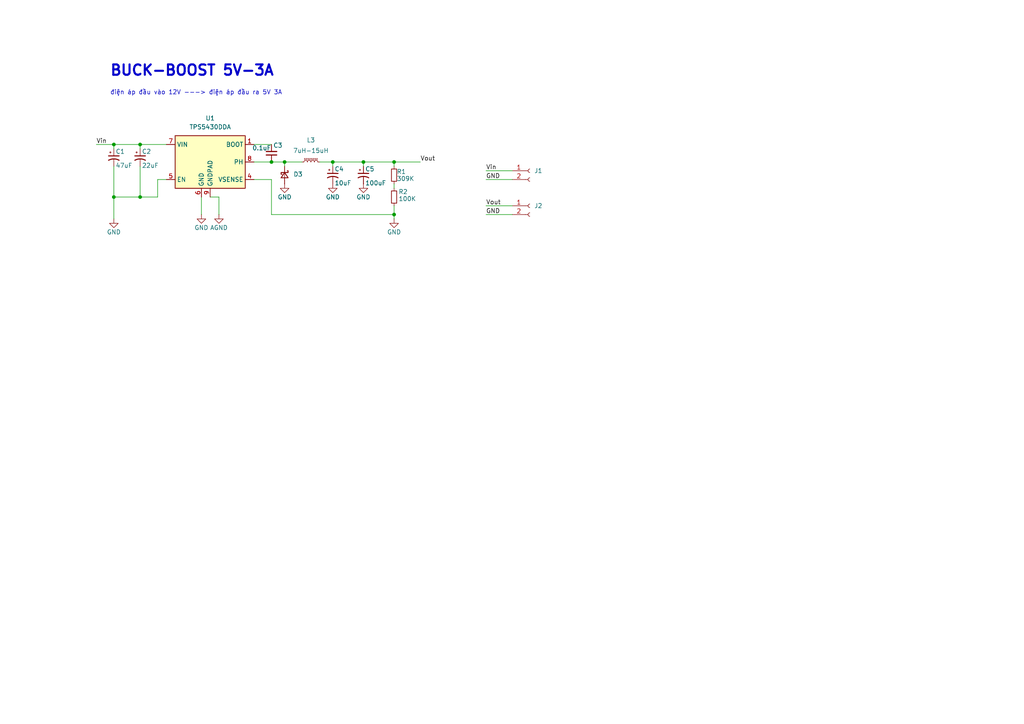
<source format=kicad_sch>
(kicad_sch (version 20231120) (generator "eeschema") (generator_version "8.0")
  (paper "A4")
  (lib_symbols
    (symbol "Connector:Conn_01x02_Socket" (pin_names (offset 1.016) hide)
      (property "Reference" "J" (at 0 2.54 0))
      (property "Value" "Conn_01x02_Socket" (at 0 -5.08 0))
      (symbol "Conn_01x02_Socket_1_1"
        (arc (start 0 -2.032) (mid -0.5058 -2.54) (end 0 -3.048) (stroke (width 0.1524)))
        (polyline (pts (xy -1.27 -2.54) (xy -0.508 -2.54)) (stroke (width 0.1524)))
        (polyline (pts (xy -1.27 0) (xy -0.508 0)) (stroke (width 0.1524)))
        (arc (start 0 0.508) (mid -0.5058 0) (end 0 -0.508) (stroke (width 0.1524)))
        (pin passive line (at -5.08 0 0) (length 3.81) (name "Pin_1") (number "1"))
        (pin passive line (at -5.08 -2.54 0) (length 3.81) (name "Pin_2") (number "2"))
      )
    )
    (symbol "Device:C_Polarized_Small_US" (pin_numbers hide) (pin_names (offset 0.254) hide)
      (property "Reference" "C" (at 0.254 1.778 0))
      (property "Value" "C_Polarized_Small_US" (at 0.254 -2.032 0))
      (symbol "C_Polarized_Small_US_0_1"
        (polyline (pts (xy -1.524 0.508) (xy 1.524 0.508)) (stroke (width 0.3048)))
        (polyline (pts (xy -1.27 1.524) (xy -0.762 1.524)))
        (polyline (pts (xy -1.016 1.27) (xy -1.016 1.778)))
        (arc (start 1.524 -0.762) (mid 0 -0.3734) (end -1.524 -0.762) (stroke (width 0.3048)))
      )
      (symbol "C_Polarized_Small_US_1_1"
        (pin passive line (at 0 2.54 270) (length 2.032) (name "~") (number "1"))
        (pin passive line (at 0 -2.54 90) (length 2.032) (name "~") (number "2"))
      )
    )
    (symbol "Device:C_Small" (pin_numbers hide) (pin_names (offset 0.254) hide)
      (property "Reference" "C" (at 0.254 1.778 0))
      (property "Value" "C_Small" (at 0.254 -2.032 0))
      (symbol "C_Small_0_1"
        (polyline (pts (xy -1.524 -0.508) (xy 1.524 -0.508)) (stroke (width 0.3302)))
        (polyline (pts (xy -1.524 0.508) (xy 1.524 0.508)) (stroke (width 0.3048)))
      )
      (symbol "C_Small_1_1"
        (pin passive line (at 0 2.54 270) (length 2.032) (name "~") (number "1"))
        (pin passive line (at 0 -2.54 90) (length 2.032) (name "~") (number "2"))
      )
    )
    (symbol "Device:D_Schottky_Small" (pin_numbers hide) (pin_names (offset 0.254) hide)
      (property "Reference" "D" (at -1.27 2.032 0))
      (property "Value" "D_Schottky_Small" (at -7.112 -2.032 0))
      (symbol "D_Schottky_Small_0_1"
        (polyline (pts (xy -0.762 0) (xy 0.762 0)))
        (polyline (pts (xy 0.762 -1.016) (xy -0.762 0) (xy 0.762 1.016) (xy 0.762 -1.016)) (stroke (width 0.254)))
        (polyline (pts (xy -1.27 0.762) (xy -1.27 1.016) (xy -0.762 1.016) (xy -0.762 -1.016) (xy -0.254 -1.016) (xy -0.254 -0.762)) (stroke (width 0.254)))
      )
      (symbol "D_Schottky_Small_1_1"
        (pin passive line (at -2.54 0 0) (length 1.778) (name "K") (number "1"))
        (pin passive line (at 2.54 0 180) (length 1.778) (name "A") (number "2"))
      )
    )
    (symbol "Device:L_Ferrite_Small" (pin_numbers hide) (pin_names (offset 0.254) hide)
      (property "Reference" "L" (at 1.27 1.016 0))
      (property "Value" "L_Ferrite_Small" (at 1.27 -1.27 0))
      (symbol "L_Ferrite_Small_0_1"
        (arc (start 0 -2.032) (mid 0.5058 -1.524) (end 0 -1.016))
        (arc (start 0 -1.016) (mid 0.5058 -0.508) (end 0 0))
        (polyline (pts (xy 0.762 -1.905) (xy 0.762 -1.651)))
        (polyline (pts (xy 0.762 -1.397) (xy 0.762 -1.143)))
        (polyline (pts (xy 0.762 -0.889) (xy 0.762 -0.635)))
        (polyline (pts (xy 0.762 -0.381) (xy 0.762 -0.127)))
        (polyline (pts (xy 0.762 0.127) (xy 0.762 0.381)))
        (polyline (pts (xy 0.762 0.635) (xy 0.762 0.889)))
        (polyline (pts (xy 0.762 1.143) (xy 0.762 1.397)))
        (polyline (pts (xy 0.762 1.651) (xy 0.762 1.905)))
        (polyline (pts (xy 1.016 -1.651) (xy 1.016 -1.905)))
        (polyline (pts (xy 1.016 -1.143) (xy 1.016 -1.397)))
        (polyline (pts (xy 1.016 -0.635) (xy 1.016 -0.889)))
        (polyline (pts (xy 1.016 -0.127) (xy 1.016 -0.381)))
        (polyline (pts (xy 1.016 0.381) (xy 1.016 0.127)))
        (polyline (pts (xy 1.016 0.889) (xy 1.016 0.635)))
        (polyline (pts (xy 1.016 1.397) (xy 1.016 1.143)))
        (polyline (pts (xy 1.016 1.905) (xy 1.016 1.651)))
        (arc (start 0 0) (mid 0.5058 0.508) (end 0 1.016))
        (arc (start 0 1.016) (mid 0.5058 1.524) (end 0 2.032))
      )
      (symbol "L_Ferrite_Small_1_1"
        (pin passive line (at 0 2.54 270) (length 0.508) (name "~") (number "1"))
        (pin passive line (at 0 -2.54 90) (length 0.508) (name "~") (number "2"))
      )
    )
    (symbol "Device:R_Small" (pin_numbers hide) (pin_names (offset 0.254) hide)
      (property "Reference" "R" (at 0.762 0.508 0))
      (property "Value" "R_Small" (at 0.762 -1.016 0))
      (symbol "R_Small_0_1"
        (rectangle (start -0.762 1.778) (end 0.762 -1.778) (stroke (width 0.2032)))
      )
      (symbol "R_Small_1_1"
        (pin passive line (at 0 2.54 270) (length 0.762) (name "~") (number "1"))
        (pin passive line (at 0 -2.54 90) (length 0.762) (name "~") (number "2"))
      )
    )
    (symbol "Regulator_Switching:TPS5430DDA"
      (property "Reference" "U" (at -10.16 8.89 0))
      (property "Value" "TPS5430DDA" (at -1.27 8.89 0))
      (symbol "TPS5430DDA_0_1"
        (rectangle (start -10.16 7.62) (end 10.16 -7.62) (stroke (width 0.254)) (fill (type background)))
      )
      (symbol "TPS5430DDA_1_1"
        (pin input line (at 12.7 5.08 180) (length 2.54) (name "BOOT") (number "1"))
        (pin no_connect line (at -10.16 2.54 0) (length 2.54) hide (name "NC") (number "2"))
        (pin no_connect line (at -10.16 -2.54 0) (length 2.54) hide (name "NC") (number "3"))
        (pin input line (at 12.7 -5.08 180) (length 2.54) (name "VSENSE") (number "4"))
        (pin input line (at -12.7 -5.08 0) (length 2.54) (name "EN") (number "5"))
        (pin power_in line (at -2.54 -10.16 90) (length 2.54) (name "GND") (number "6"))
        (pin power_in line (at -12.7 5.08 0) (length 2.54) (name "VIN") (number "7"))
        (pin output line (at 12.7 0 180) (length 2.54) (name "PH") (number "8"))
        (pin power_in line (at 0 -10.16 90) (length 2.54) (name "GNDPAD") (number "9"))
      )
    )
    (symbol "power:GND" (power) (pin_numbers hide) (pin_names (offset 0) hide)
      (property "Value" "GND" (at 0 -3.81 0))
      (symbol "GND_0_1"
        (polyline (pts (xy 0 0) (xy 0 -1.27) (xy 1.27 -1.27) (xy 0 -2.54) (xy -1.27 -1.27) (xy 0 -1.27)))
      )
      (symbol "GND_1_1"
        (pin power_in line (at 0 0 270) (length 0) (name "~") (number "1"))
      )
    )
  )
  (junction (at 78.74 46.99))
  (junction (at 40.64 41.91))
  (junction (at 33.02 57.15))
  (junction (at 114.3 62.23))
  (junction (at 105.41 46.99))
  (junction (at 96.52 46.99))
  (junction (at 114.3 46.99))
  (junction (at 33.02 41.91))
  (junction (at 82.55 46.99))
  (junction (at 40.64 57.15))
  (wire (pts (xy 82.55 48.26) (xy 82.55 46.99)))
  (wire (pts (xy 96.52 48.26) (xy 96.52 46.99)))
  (wire (pts (xy 140.97 62.23) (xy 148.59 62.23)))
  (wire (pts (xy 140.97 49.53) (xy 148.59 49.53)))
  (wire (pts (xy 45.72 52.07) (xy 45.72 57.15)))
  (wire (pts (xy 33.02 41.91) (xy 40.64 41.91)))
  (wire (pts (xy 73.66 41.91) (xy 78.74 41.91)))
  (wire (pts (xy 140.97 52.07) (xy 148.59 52.07)))
  (wire (pts (xy 73.66 52.07) (xy 78.74 52.07)))
  (wire (pts (xy 63.5 57.15) (xy 60.96 57.15)))
  (wire (pts (xy 40.64 41.91) (xy 48.26 41.91)))
  (wire (pts (xy 58.42 57.15) (xy 58.42 62.23)))
  (wire (pts (xy 114.3 46.99) (xy 121.92 46.99)))
  (wire (pts (xy 114.3 62.23) (xy 114.3 63.5)))
  (wire (pts (xy 78.74 52.07) (xy 78.74 62.23)))
  (wire (pts (xy 140.97 59.69) (xy 148.59 59.69)))
  (wire (pts (xy 92.71 46.99) (xy 96.52 46.99)))
  (wire (pts (xy 40.64 57.15) (xy 33.02 57.15)))
  (wire (pts (xy 114.3 59.69) (xy 114.3 62.23)))
  (wire (pts (xy 33.02 43.18) (xy 33.02 41.91)))
  (wire (pts (xy 73.66 46.99) (xy 78.74 46.99)))
  (wire (pts (xy 105.41 46.99) (xy 114.3 46.99)))
  (wire (pts (xy 40.64 48.26) (xy 40.64 57.15)))
  (wire (pts (xy 40.64 43.18) (xy 40.64 41.91)))
  (wire (pts (xy 105.41 48.26) (xy 105.41 46.99)))
  (wire (pts (xy 45.72 57.15) (xy 40.64 57.15)))
  (wire (pts (xy 96.52 46.99) (xy 105.41 46.99)))
  (wire (pts (xy 27.94 41.91) (xy 33.02 41.91)))
  (wire (pts (xy 78.74 46.99) (xy 82.55 46.99)))
  (wire (pts (xy 33.02 57.15) (xy 33.02 63.5)))
  (wire (pts (xy 48.26 52.07) (xy 45.72 52.07)))
  (wire (pts (xy 63.5 62.23) (xy 63.5 57.15)))
  (wire (pts (xy 114.3 53.34) (xy 114.3 54.61)))
  (wire (pts (xy 78.74 62.23) (xy 114.3 62.23)))
  (wire (pts (xy 33.02 48.26) (xy 33.02 57.15)))
  (wire (pts (xy 114.3 48.26) (xy 114.3 46.99)))
  (wire (pts (xy 82.55 46.99) (xy 87.63 46.99)))
  (text "điện áp đầu vào 12V ---> điện áp đầu ra 5V 3A" (at 56.896 26.924 0) (effects (font (size 1.27 1.27))))
  (text "BUCK-BOOST 5V-3A\n" (at 31.75 20.574 0) (effects (font (size 3 3) (bold yes)) (justify left)))
  (label "GND" (at 140.97 62.23 0))
  (label "GND" (at 140.97 52.07 0))
  (label "Vout" (at 140.97 59.69 0))
  (label "Vin" (at 140.97 49.53 0))
  (label "Vout" (at 121.92 46.99 0))
  (label "Vin" (at 27.94 41.91 0))
  (symbol (lib_id "Device:C_Polarized_Small_US") (at 33.02 45.72 0) (unit 1)
    (property "Reference" "C1" (at 33.528 43.942 0) (effects (justify left)))
    (property "Value" "47uF" (at 33.528 48.006 0) (effects (justify left)))
    (property "Footprint" "KICAD_USB_FOOTPRINT_CUS:C_0603" (effects (hide yes)))
    (property "Datasheet" "47uF" (effects (hide yes)))
    (property "Description" "Polarized capacitor, small US symbol" (effects (hide yes)))
  )
  (symbol (lib_id "Device:C_Polarized_Small_US") (at 105.41 50.8 0) (unit 1)
    (property "Reference" "C5" (at 105.918 49.022 0) (effects (justify left)))
    (property "Value" "100uF" (at 105.918 53.086 0) (effects (justify left)))
    (property "Footprint" "KICAD_USB_FOOTPRINT_CUS:C_0603" (effects (hide yes)))
    (property "Datasheet" "100uF" (effects (hide yes)))
    (property "Description" "Polarized capacitor, small US symbol" (effects (hide yes)))
  )
  (symbol (lib_id "Connector:Conn_01x02_Socket") (at 153.67 49.53 0) (unit 1)
    (property "Reference" "J1" (at 154.94 49.5299 0) (effects (justify left)))
    (property "Value" "Conn_01x02_Socket" (effects (hide yes)))
    (property "Footprint" "Connector_PinSocket_2.54mm:PinSocket_1x02_P2.54mm_Vertical" (effects (hide yes)))
    (property "Description" "Generic connector, single row, 01x02, script generated" (effects (hide yes)))
  )
  (symbol (lib_id "power:GND") (at 105.41 53.34 0) (unit 1)
    (property "Reference" "#PWR06" (effects (hide yes)))
    (property "Value" "GND" (at 105.41 57.15 0))
    (property "Description" "Power symbol creates a global label with name \"GND\" , ground" (effects (hide yes)))
  )
  (symbol (lib_id "power:GND") (at 82.55 53.34 0) (unit 1)
    (property "Reference" "#PWR04" (effects (hide yes)))
    (property "Value" "GND" (at 82.55 57.15 0))
    (property "Description" "Power symbol creates a global label with name \"GND\" , ground" (effects (hide yes)))
  )
  (symbol (lib_id "Regulator_Switching:TPS5430DDA") (at 60.96 46.99 0) (unit 1)
    (property "Reference" "U1" (at 60.96 34.29 0))
    (property "Value" "TPS5430DDA" (at 60.96 36.83 0))
    (property "Footprint" "Package_SO:TI_SO-PowerPAD-8_ThermalVias" (effects (hide yes)))
    (property "Datasheet" "http://www.ti.com/lit/ds/symlink/tps5430.pdf" (effects (hide yes)))
    (property "Description" "3A, Step Down Swift Converter, Adjustable Output Voltage, 5.5-36V Input Voltage, PowerSO-8" (effects (hide yes)))
  )
  (symbol (lib_id "power:GND") (at 96.52 53.34 0) (unit 1)
    (property "Reference" "#PWR05" (effects (hide yes)))
    (property "Value" "GND" (at 96.52 57.15 0))
    (property "Description" "Power symbol creates a global label with name \"GND\" , ground" (effects (hide yes)))
  )
  (symbol (lib_id "Device:R_Small") (at 114.3 57.15 0) (unit 1)
    (property "Reference" "R2" (at 115.57 55.626 0) (effects (justify left)))
    (property "Value" "100K" (at 115.57 57.658 0) (effects (justify left)))
    (property "Footprint" "KICAD_USB_FOOTPRINT_CUS:R_0603" (effects (hide yes)))
    (property "Datasheet" "100K" (effects (hide yes)))
    (property "Description" "Resistor, small symbol" (effects (hide yes)))
  )
  (symbol (lib_id "power:GND") (at 33.02 63.5 0) (unit 1)
    (property "Reference" "#PWR02" (effects (hide yes)))
    (property "Value" "GND" (at 33.02 67.31 0))
    (property "Description" "Power symbol creates a global label with name \"GND\" , ground" (effects (hide yes)))
  )
  (symbol (lib_id "power:GND") (at 63.5 62.23 0) (unit 1)
    (property "Reference" "#PWR01" (effects (hide yes)))
    (property "Value" "AGND" (at 63.5 66.04 0))
    (property "Description" "Power symbol creates a global label with name \"GND\" , ground" (effects (hide yes)))
  )
  (symbol (lib_id "Device:L_Ferrite_Small") (at 90.17 46.99 90) (unit 1)
    (property "Reference" "L3" (at 90.17 40.64 90))
    (property "Value" "7uH-15uH" (at 90.17 43.688 90))
    (property "Footprint" "Inductor_SMD:L_Coilcraft_XAL5030-XXX" (effects (hide yes)))
    (property "Datasheet" "7uH-15uH" (effects (hide yes)))
    (property "Description" "Inductor with ferrite core, small symbol" (effects (hide yes)))
  )
  (symbol (lib_id "power:GND") (at 114.3 63.5 0) (unit 1)
    (property "Reference" "#PWR03" (effects (hide yes)))
    (property "Value" "GND" (at 114.3 67.31 0))
    (property "Description" "Power symbol creates a global label with name \"GND\" , ground" (effects (hide yes)))
  )
  (symbol (lib_id "Connector:Conn_01x02_Socket") (at 153.67 59.69 0) (unit 1)
    (property "Reference" "J2" (at 154.94 59.6899 0) (effects (justify left)))
    (property "Value" "Conn_01x02_Socket" (effects (hide yes)))
    (property "Footprint" "Connector_PinSocket_2.54mm:PinSocket_1x02_P2.54mm_Vertical" (effects (hide yes)))
    (property "Description" "Generic connector, single row, 01x02, script generated" (effects (hide yes)))
  )
  (symbol (lib_id "Device:C_Polarized_Small_US") (at 96.52 50.8 0) (unit 1)
    (property "Reference" "C4" (at 97.028 49.022 0) (effects (justify left)))
    (property "Value" "10uF" (at 97.028 53.086 0) (effects (justify left)))
    (property "Footprint" "KICAD_USB_FOOTPRINT_CUS:C_0603" (effects (hide yes)))
    (property "Datasheet" "10uF" (effects (hide yes)))
    (property "Description" "Polarized capacitor, small US symbol" (effects (hide yes)))
  )
  (symbol (lib_id "Device:R_Small") (at 114.3 50.8 0) (unit 1)
    (property "Reference" "R1" (at 115.062 49.784 0) (effects (justify left)))
    (property "Value" "309K" (at 115.062 51.816 0) (effects (justify left)))
    (property "Footprint" "KICAD_USB_FOOTPRINT_CUS:R_0603" (effects (hide yes)))
    (property "Datasheet" "309K" (effects (hide yes)))
    (property "Description" "Resistor, small symbol" (effects (hide yes)))
  )
  (symbol (lib_id "power:GND") (at 58.42 62.23 0) (unit 1)
    (property "Reference" "#PWR013" (effects (hide yes)))
    (property "Value" "GND" (at 58.42 66.04 0))
    (property "Description" "Power symbol creates a global label with name \"GND\" , ground" (effects (hide yes)))
  )
  (symbol (lib_id "Device:C_Small") (at 78.74 44.45 180) (unit 1)
    (property "Reference" "C3" (at 79.248 42.164 0) (effects (justify right)))
    (property "Value" "0.1uF" (at 73.152 42.926 0) (effects (justify right)))
    (property "Footprint" "KICAD_USB_FOOTPRINT_CUS:C_0603" (effects (hide yes)))
    (property "Datasheet" "0.1uF" (effects (hide yes)))
    (property "Description" "Unpolarized capacitor, small symbol" (effects (hide yes)))
    (property "LINK" "https://www.thegioiic.com/tu-gom-0603-1uf-16v" (effects (hide yes)))
  )
  (symbol (lib_id "Device:D_Schottky_Small") (at 82.55 50.8 270) (unit 1)
    (property "Reference" "D3" (at 85.09 50.5459 90) (effects (justify left)))
    (property "Value" "D_Schottky_Small" (effects (hide yes)))
    (property "Footprint" "KICAD_USB_FOOTPRINT_CUS:Package-Diode-D_SMA" (effects (hide yes)))
    (property "Datasheet" "5A 40V" (effects (hide yes)))
    (property "Description" "Schottky diode, small symbol" (effects (hide yes)))
  )
  (symbol (lib_id "Device:C_Polarized_Small_US") (at 40.64 45.72 0) (unit 1)
    (property "Reference" "C2" (at 41.148 43.942 0) (effects (justify left)))
    (property "Value" "22uF" (at 41.148 48.006 0) (effects (justify left)))
    (property "Footprint" "KICAD_USB_FOOTPRINT_CUS:C_0603" (effects (hide yes)))
    (property "Datasheet" "22uF" (effects (hide yes)))
    (property "Description" "Polarized capacitor, small US symbol" (effects (hide yes)))
  )
)
</source>
